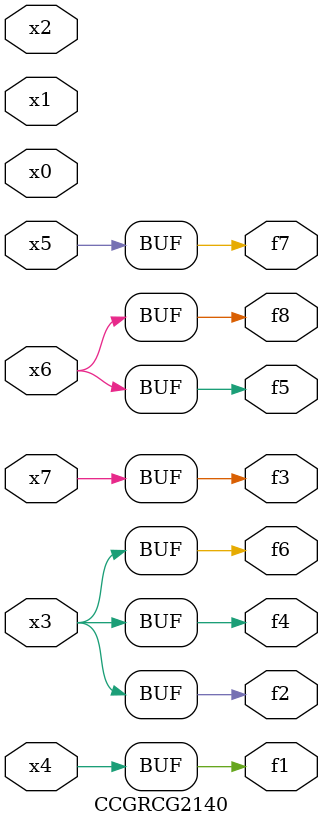
<source format=v>
module CCGRCG2140(
	input x0, x1, x2, x3, x4, x5, x6, x7,
	output f1, f2, f3, f4, f5, f6, f7, f8
);
	assign f1 = x4;
	assign f2 = x3;
	assign f3 = x7;
	assign f4 = x3;
	assign f5 = x6;
	assign f6 = x3;
	assign f7 = x5;
	assign f8 = x6;
endmodule

</source>
